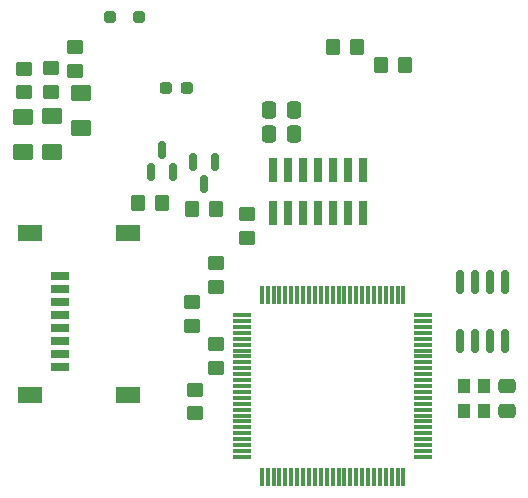
<source format=gbp>
%TF.GenerationSoftware,KiCad,Pcbnew,7.0.7*%
%TF.CreationDate,2024-04-13T00:05:31-04:00*%
%TF.ProjectId,processor,70726f63-6573-4736-9f72-2e6b69636164,rev?*%
%TF.SameCoordinates,Original*%
%TF.FileFunction,Paste,Bot*%
%TF.FilePolarity,Positive*%
%FSLAX46Y46*%
G04 Gerber Fmt 4.6, Leading zero omitted, Abs format (unit mm)*
G04 Created by KiCad (PCBNEW 7.0.7) date 2024-04-13 00:05:31*
%MOMM*%
%LPD*%
G01*
G04 APERTURE LIST*
G04 Aperture macros list*
%AMRoundRect*
0 Rectangle with rounded corners*
0 $1 Rounding radius*
0 $2 $3 $4 $5 $6 $7 $8 $9 X,Y pos of 4 corners*
0 Add a 4 corners polygon primitive as box body*
4,1,4,$2,$3,$4,$5,$6,$7,$8,$9,$2,$3,0*
0 Add four circle primitives for the rounded corners*
1,1,$1+$1,$2,$3*
1,1,$1+$1,$4,$5*
1,1,$1+$1,$6,$7*
1,1,$1+$1,$8,$9*
0 Add four rect primitives between the rounded corners*
20,1,$1+$1,$2,$3,$4,$5,0*
20,1,$1+$1,$4,$5,$6,$7,0*
20,1,$1+$1,$6,$7,$8,$9,0*
20,1,$1+$1,$8,$9,$2,$3,0*%
G04 Aperture macros list end*
%ADD10RoundRect,0.250000X0.350000X0.450000X-0.350000X0.450000X-0.350000X-0.450000X0.350000X-0.450000X0*%
%ADD11RoundRect,0.250000X-0.450000X0.350000X-0.450000X-0.350000X0.450000X-0.350000X0.450000X0.350000X0*%
%ADD12R,0.750000X2.100000*%
%ADD13RoundRect,0.250001X0.624999X-0.462499X0.624999X0.462499X-0.624999X0.462499X-0.624999X-0.462499X0*%
%ADD14RoundRect,0.250000X-0.350000X-0.450000X0.350000X-0.450000X0.350000X0.450000X-0.350000X0.450000X0*%
%ADD15RoundRect,0.250000X0.250000X0.250000X-0.250000X0.250000X-0.250000X-0.250000X0.250000X-0.250000X0*%
%ADD16R,1.100000X1.300000*%
%ADD17RoundRect,0.237500X0.287500X0.237500X-0.287500X0.237500X-0.287500X-0.237500X0.287500X-0.237500X0*%
%ADD18RoundRect,0.250000X0.450000X-0.350000X0.450000X0.350000X-0.450000X0.350000X-0.450000X-0.350000X0*%
%ADD19RoundRect,0.250000X-0.337500X-0.475000X0.337500X-0.475000X0.337500X0.475000X-0.337500X0.475000X0*%
%ADD20RoundRect,0.150000X-0.150000X0.587500X-0.150000X-0.587500X0.150000X-0.587500X0.150000X0.587500X0*%
%ADD21RoundRect,0.150000X0.150000X-0.587500X0.150000X0.587500X-0.150000X0.587500X-0.150000X-0.587500X0*%
%ADD22R,1.500000X0.800000*%
%ADD23R,2.000000X1.450000*%
%ADD24RoundRect,0.150000X0.150000X-0.825000X0.150000X0.825000X-0.150000X0.825000X-0.150000X-0.825000X0*%
%ADD25RoundRect,0.075000X0.725000X0.075000X-0.725000X0.075000X-0.725000X-0.075000X0.725000X-0.075000X0*%
%ADD26RoundRect,0.075000X0.075000X0.725000X-0.075000X0.725000X-0.075000X-0.725000X0.075000X-0.725000X0*%
%ADD27RoundRect,0.250000X-0.475000X0.337500X-0.475000X-0.337500X0.475000X-0.337500X0.475000X0.337500X0*%
G04 APERTURE END LIST*
D10*
%TO.C,R7*%
X166354000Y-73660000D03*
X164354000Y-73660000D03*
%TD*%
D11*
%TO.C,R5*%
X134112000Y-73946000D03*
X134112000Y-75946000D03*
%TD*%
D12*
%TO.C,J4*%
X162814000Y-82528000D03*
X162814000Y-86128000D03*
X161544000Y-82528000D03*
X161544000Y-86128000D03*
X160274000Y-82528000D03*
X160274000Y-86128000D03*
X159004000Y-82528000D03*
X159004000Y-86128000D03*
X157734000Y-82528000D03*
X157734000Y-86128000D03*
X156464000Y-82528000D03*
X156464000Y-86128000D03*
X155194000Y-82528000D03*
X155194000Y-86128000D03*
%TD*%
D13*
%TO.C,D4*%
X138938000Y-78994000D03*
X138938000Y-76019000D03*
%TD*%
D14*
%TO.C,R15*%
X143780000Y-85344000D03*
X145780000Y-85344000D03*
%TD*%
D15*
%TO.C,D6*%
X143871000Y-69596000D03*
X141371000Y-69596000D03*
%TD*%
D16*
%TO.C,X1*%
X173037000Y-100804000D03*
X173037000Y-102904000D03*
X171387000Y-102904000D03*
X171387000Y-100804000D03*
%TD*%
D11*
%TO.C,R6*%
X138430000Y-72152000D03*
X138430000Y-74152000D03*
%TD*%
D17*
%TO.C,D5*%
X147941000Y-75565000D03*
X146191000Y-75565000D03*
%TD*%
D18*
%TO.C,R10*%
X148316000Y-95734000D03*
X148316000Y-93734000D03*
%TD*%
D11*
%TO.C,R11*%
X153035000Y-86249000D03*
X153035000Y-88249000D03*
%TD*%
D14*
%TO.C,R8*%
X160290000Y-72136000D03*
X162290000Y-72136000D03*
%TD*%
D19*
%TO.C,C3*%
X154897000Y-79502000D03*
X156972000Y-79502000D03*
%TD*%
D20*
%TO.C,Q1*%
X148402000Y-81866500D03*
X150302000Y-81866500D03*
X149352000Y-83741500D03*
%TD*%
D11*
%TO.C,R13*%
X150348000Y-97258000D03*
X150348000Y-99258000D03*
%TD*%
D13*
%TO.C,D2*%
X136487488Y-80961288D03*
X136487488Y-77986288D03*
%TD*%
%TO.C,D3*%
X134034000Y-80989500D03*
X134034000Y-78014500D03*
%TD*%
D21*
%TO.C,Q3*%
X146746000Y-82725500D03*
X144846000Y-82725500D03*
X145796000Y-80850500D03*
%TD*%
D22*
%TO.C,J6*%
X137200000Y-91496000D03*
X137200000Y-92596000D03*
X137200000Y-93706000D03*
X137200000Y-94796000D03*
X137210000Y-95896000D03*
X137200000Y-96996000D03*
X137200000Y-98096000D03*
X137200000Y-99196000D03*
D23*
X134600000Y-101576000D03*
X142900000Y-101576000D03*
X134600000Y-87826000D03*
X142900000Y-87826000D03*
%TD*%
D11*
%TO.C,R4*%
X136398000Y-73914000D03*
X136398000Y-75914000D03*
%TD*%
%TO.C,R12*%
X148590000Y-101124000D03*
X148590000Y-103124000D03*
%TD*%
D24*
%TO.C,U2*%
X174879000Y-96963000D03*
X173609000Y-96963000D03*
X172339000Y-96963000D03*
X171069000Y-96963000D03*
X171069000Y-92013000D03*
X172339000Y-92013000D03*
X173609000Y-92013000D03*
X174879000Y-92013000D03*
%TD*%
D25*
%TO.C,U4*%
X167929000Y-94814000D03*
X167929000Y-95314000D03*
X167929000Y-95814000D03*
X167929000Y-96314000D03*
X167929000Y-96814000D03*
X167929000Y-97314000D03*
X167929000Y-97814000D03*
X167929000Y-98314000D03*
X167929000Y-98814000D03*
X167929000Y-99314000D03*
X167929000Y-99814000D03*
X167929000Y-100314000D03*
X167929000Y-100814000D03*
X167929000Y-101314000D03*
X167929000Y-101814000D03*
X167929000Y-102314000D03*
X167929000Y-102814000D03*
X167929000Y-103314000D03*
X167929000Y-103814000D03*
X167929000Y-104314000D03*
X167929000Y-104814000D03*
X167929000Y-105314000D03*
X167929000Y-105814000D03*
X167929000Y-106314000D03*
X167929000Y-106814000D03*
D26*
X166254000Y-108489000D03*
X165754000Y-108489000D03*
X165254000Y-108489000D03*
X164754000Y-108489000D03*
X164254000Y-108489000D03*
X163754000Y-108489000D03*
X163254000Y-108489000D03*
X162754000Y-108489000D03*
X162254000Y-108489000D03*
X161754000Y-108489000D03*
X161254000Y-108489000D03*
X160754000Y-108489000D03*
X160254000Y-108489000D03*
X159754000Y-108489000D03*
X159254000Y-108489000D03*
X158754000Y-108489000D03*
X158254000Y-108489000D03*
X157754000Y-108489000D03*
X157254000Y-108489000D03*
X156754000Y-108489000D03*
X156254000Y-108489000D03*
X155754000Y-108489000D03*
X155254000Y-108489000D03*
X154754000Y-108489000D03*
X154254000Y-108489000D03*
D25*
X152579000Y-106814000D03*
X152579000Y-106314000D03*
X152579000Y-105814000D03*
X152579000Y-105314000D03*
X152579000Y-104814000D03*
X152579000Y-104314000D03*
X152579000Y-103814000D03*
X152579000Y-103314000D03*
X152579000Y-102814000D03*
X152579000Y-102314000D03*
X152579000Y-101814000D03*
X152579000Y-101314000D03*
X152579000Y-100814000D03*
X152579000Y-100314000D03*
X152579000Y-99814000D03*
X152579000Y-99314000D03*
X152579000Y-98814000D03*
X152579000Y-98314000D03*
X152579000Y-97814000D03*
X152579000Y-97314000D03*
X152579000Y-96814000D03*
X152579000Y-96314000D03*
X152579000Y-95814000D03*
X152579000Y-95314000D03*
X152579000Y-94814000D03*
D26*
X154254000Y-93139000D03*
X154754000Y-93139000D03*
X155254000Y-93139000D03*
X155754000Y-93139000D03*
X156254000Y-93139000D03*
X156754000Y-93139000D03*
X157254000Y-93139000D03*
X157754000Y-93139000D03*
X158254000Y-93139000D03*
X158754000Y-93139000D03*
X159254000Y-93139000D03*
X159754000Y-93139000D03*
X160254000Y-93139000D03*
X160754000Y-93139000D03*
X161254000Y-93139000D03*
X161754000Y-93139000D03*
X162254000Y-93139000D03*
X162754000Y-93139000D03*
X163254000Y-93139000D03*
X163754000Y-93139000D03*
X164254000Y-93139000D03*
X164754000Y-93139000D03*
X165254000Y-93139000D03*
X165754000Y-93139000D03*
X166254000Y-93139000D03*
%TD*%
D27*
%TO.C,C21*%
X175006000Y-100816500D03*
X175006000Y-102891500D03*
%TD*%
D18*
%TO.C,R9*%
X150348000Y-92400000D03*
X150348000Y-90400000D03*
%TD*%
D19*
%TO.C,C5*%
X154875500Y-77470000D03*
X156950500Y-77470000D03*
%TD*%
D14*
%TO.C,R14*%
X148368000Y-85852000D03*
X150368000Y-85852000D03*
%TD*%
M02*

</source>
